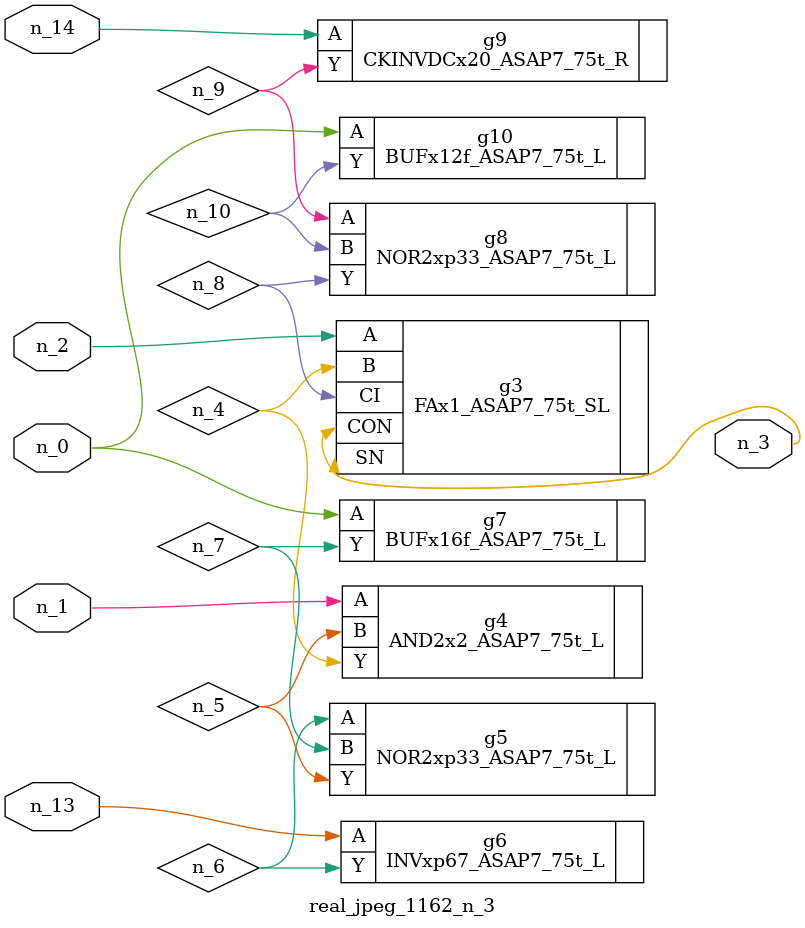
<source format=v>
module real_jpeg_1162_n_3 (n_0, n_1, n_14, n_2, n_13, n_3);

input n_0;
input n_1;
input n_14;
input n_2;
input n_13;

output n_3;

wire n_5;
wire n_4;
wire n_8;
wire n_6;
wire n_7;
wire n_10;
wire n_9;

BUFx16f_ASAP7_75t_L g7 ( 
.A(n_0),
.Y(n_7)
);

BUFx12f_ASAP7_75t_L g10 ( 
.A(n_0),
.Y(n_10)
);

AND2x2_ASAP7_75t_L g4 ( 
.A(n_1),
.B(n_5),
.Y(n_4)
);

FAx1_ASAP7_75t_SL g3 ( 
.A(n_2),
.B(n_4),
.CI(n_8),
.CON(n_3),
.SN(n_3)
);

NOR2xp33_ASAP7_75t_L g5 ( 
.A(n_6),
.B(n_7),
.Y(n_5)
);

NOR2xp33_ASAP7_75t_L g8 ( 
.A(n_9),
.B(n_10),
.Y(n_8)
);

INVxp67_ASAP7_75t_L g6 ( 
.A(n_13),
.Y(n_6)
);

CKINVDCx20_ASAP7_75t_R g9 ( 
.A(n_14),
.Y(n_9)
);


endmodule
</source>
